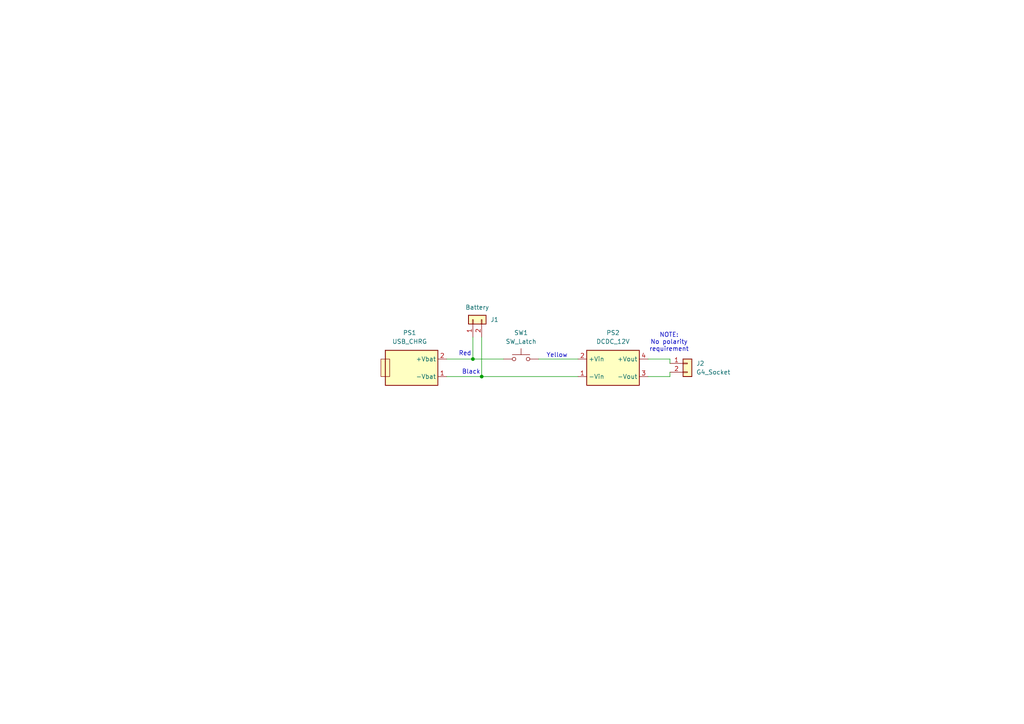
<source format=kicad_sch>
(kicad_sch (version 20250114) (generator "eeschema") (generator_version "9.0")
  (paper "A4")
  (title_block (title "Rechargable Antique Flicker Candle") (date "2025-12-14") (rev "1"))
  (lib_symbols
    (symbol "candle:CONN_G4" (pin_names (offset 1.016) (hide yes))
      (property "Reference" "J" (at 0 2.54 0))
      (property "Value" "CONN_G4" (at 0 -5.08 0))
      (symbol "CONN_G4_1_1"
        (rectangle (start -1.27 1.27) (end 1.27 -3.81) (stroke (width 0.254)) (fill (type background)))
        (rectangle (start -1.27 0.127) (end 0 -0.127) (stroke (width 0.1524)))
        (rectangle (start -1.27 -2.413) (end 0 -2.667) (stroke (width 0.1524)))
        (pin power_in line (at -5.08 0 0) (length 3.81) (name "Pin_1") (number "1"))
        (pin power_in line (at -5.08 -2.54 0) (length 3.81) (name "Pin_2") (number "2"))
      )
    )
    (symbol "candle:DCDC_12V"
      (property "Reference" "PS" (at -7.62 6.35 0))
      (property "Value" "DCDC_12V" (at 1.27 6.35 0))
      (symbol "DCDC_12V_0_0"
        (pin power_in line (at -10.16 2.54 0) (length 2.54) (name "+Vin") (number "2"))
        (pin power_in line (at -10.16 -2.54 0) (length 2.54) (name "-Vin") (number "1"))
        (pin power_out line (at 10.16 2.54 180) (length 2.54) (name "+Vout") (number "4"))
        (pin power_out line (at 10.16 -2.54 180) (length 2.54) (name "-Vout") (number "3"))
      )
      (symbol "DCDC_12V_0_1"
        (rectangle (start -7.62 5.08) (end 7.62 -5.08) (stroke (width 0.254)) (fill (type background)))
      )
    )
    (symbol "candle:JST_PH-2.0_Socket" (pin_names (offset 1.016) (hide yes))
      (property "Reference" "J" (at 0 2.54 0))
      (symbol "JST_PH-2.0_Socket_1_1"
        (rectangle (start -1.27 1.27) (end 1.27 -3.81) (stroke (width 0.254)) (fill (type background)))
        (rectangle (start -1.27 0.127) (end 0 -0.127) (stroke (width 0.1524)))
        (rectangle (start -1.27 -2.413) (end 0 -2.667) (stroke (width 0.1524)))
        (pin power_in line (at -5.08 0 0) (length 3.81) (name "Pin_1") (number "1"))
        (pin power_in line (at -5.08 -2.54 0) (length 3.81) (name "Pin_2") (number "2"))
      )
    )
    (symbol "candle:SW_Latch" (pin_numbers (hide yes)) (pin_names (offset 1.016) (hide yes))
      (property "Reference" "SW" (at 1.27 2.54 0))
      (property "Value" "SW_Latch" (at 0 -1.524 0))
      (symbol "SW_Latch_0_1"
        (circle (center -2.032 0) (radius 0.508))
        (polyline (pts (xy 0 1.27) (xy 0 3.048)))
        (circle (center 2.032 0) (radius 0.508))
        (polyline (pts (xy 2.54 1.27) (xy -2.54 1.27)))
        (pin passive line (at -5.08 0 0) (length 2.54) (name "1") (number "1"))
        (pin passive line (at 5.08 0 180) (length 2.54) (name "2") (number "2"))
      )
    )
    (symbol "candle:USB_CHRG"
      (property "Reference" "PS" (at -7.62 6.35 0))
      (property "Value" "USB_CHRG" (at 1.27 6.35 0))
      (symbol "USB_CHRG_0_1"
        (rectangle (start -7.62 5.08) (end 7.62 -5.08) (stroke (width 0.254)) (fill (type background)))
      )
      (symbol "USB_CHRG_1_0"
        (pin power_out line (at 10.16 2.54 180) (length 2.54) (name "+Vbat") (number "2"))
        (pin power_out line (at 10.16 -2.54 180) (length 2.54) (name "-Vbat") (number "1"))
      )
      (symbol "USB_CHRG_1_1"
        (rectangle (start -8.89 2.54) (end -6.35 -2.54) (fill (type background)))
      )
    )
  )
  (text "Yellow" (at 161.544 103.124 0) (effects (font (size 1.27 1.27))))
  (text "Red" (at 134.874 102.616 0) (effects (font (size 1.27 1.27))))
  (text "NOTE:\nNo polarity\nrequirement" (at 194.056 99.314 0) (effects (font (size 1.27 1.27) (thickness 0.1588))))
  (text "Black" (at 136.652 107.95 0) (effects (font (size 1.27 1.27))))
  (junction (at 137.16 104.14))
  (junction (at 139.7 109.22))
  (wire (pts (xy 129.54 109.22) (xy 139.7 109.22)))
  (wire (pts (xy 137.16 97.79) (xy 137.16 104.14)))
  (wire (pts (xy 194.31 104.14) (xy 194.31 105.41)))
  (wire (pts (xy 187.96 104.14) (xy 194.31 104.14)))
  (wire (pts (xy 139.7 109.22) (xy 167.64 109.22)))
  (wire (pts (xy 137.16 104.14) (xy 146.05 104.14)))
  (wire (pts (xy 139.7 97.79) (xy 139.7 109.22)))
  (wire (pts (xy 129.54 104.14) (xy 137.16 104.14)))
  (wire (pts (xy 187.96 109.22) (xy 194.31 109.22)))
  (wire (pts (xy 156.21 104.14) (xy 167.64 104.14)))
  (wire (pts (xy 194.31 109.22) (xy 194.31 107.95)))
  (symbol (lib_id "candle:CONN_G4") (at 199.39 105.41 0) (unit 1)
    (property "Reference" "J2" (at 201.93 105.4099 0) (effects (justify left)))
    (property "Value" "G4_Socket" (at 201.93 107.9499 0) (effects (justify left)))
    (property "Description" "G4 Bulb socket" (effects (hide yes)))
  )
  (symbol (lib_id "candle:SW_Latch") (at 151.13 104.14 0) (unit 1)
    (property "Reference" "SW1" (at 151.13 96.52 0))
    (property "Value" "SW_Latch" (at 151.13 99.06 0))
    (property "Description" "Push button latching switch" (effects (hide yes)))
  )
  (symbol (lib_id "candle:DCDC_12V") (at 177.8 106.68 0) (unit 1)
    (property "Reference" "PS2" (at 177.8 96.52 0))
    (property "Value" "DCDC_12V" (at 177.8 99.06 0))
    (property "Description" "DCDC Converter 3.7v input 12v output" (effects (hide yes)))
  )
  (symbol (lib_id "candle:USB_CHRG") (at 119.38 106.68 0) (unit 1)
    (property "Reference" "PS1" (at 118.8085 96.52 0))
    (property "Value" "USB_CHRG" (at 118.8085 99.06 0))
    (property "Description" "USB-C LiPo Charger" (effects (hide yes)))
  )
  (symbol (lib_id "candle:JST_PH-2.0_Socket") (at 137.16 92.71 90) (unit 1)
    (property "Reference" "J1" (at 142.24 92.7099 90) (effects (justify right)))
    (property "Value" "Battery" (at 138.43 89.154 90))
    (property "Description" "JST PH-2.0 Socket" (effects (hide yes)))
  )
)
</source>
